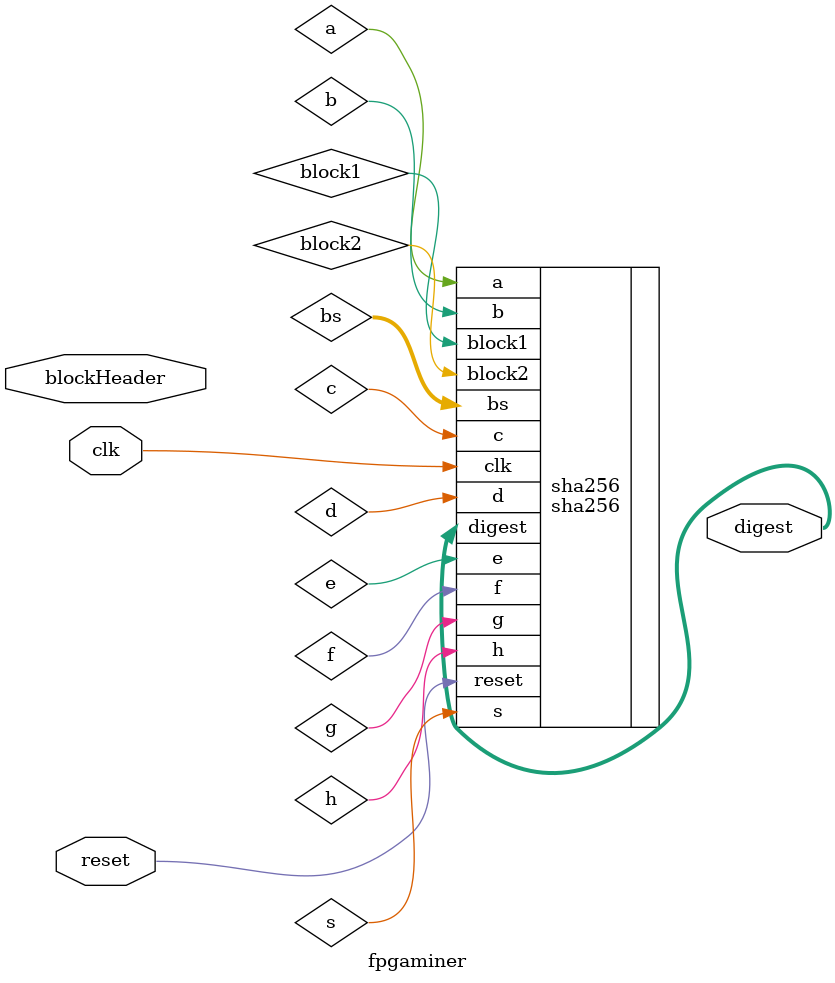
<source format=sv>
module fpgaminer(
    input clk, reset,
    input [639:0] blockHeader,
    output [255:0] digest
    );

    reg s;
    reg [1:0] bs;

    sha256 sha256(
        .clk(clk),
        .reset(reset),
        .s(s),
        .block1(block1),
        .block2(block2),
        .bs(bs),
        .a(a),
        .b(b),
        .c(c),
        .d(d),
        .e(e),
        .f(f),
        .g(g),
        .h(h),
        .digest(digest)
    );

endmodule
</source>
